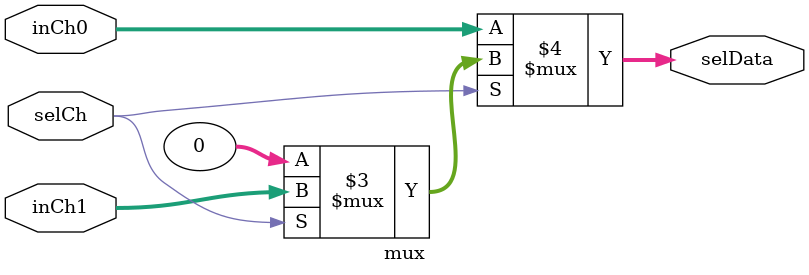
<source format=v>
module mux (input selCh, input [31:0] inCh0, input [31:0] inCh1, output [31:0] selData);

	assign selData = selCh == 0 ? inCh0 :
			  selCh == 1 ? inCh1 : 0;

endmodule
 
</source>
